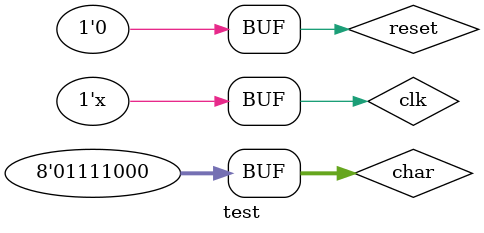
<source format=v>
`timescale 1ns / 1ps


module test;

	// Inputs
	reg clk;
	reg reset;
	reg [7:0] char;

	// Outputs
	wire [1:0] format_type;

	// Instantiate the Unit Under Test (UUT)
	cpu_checker uut (
		.clk(clk), 
		.reset(reset), 
		.char(char), 
		.format_type(format_type)
	);

	initial begin
		// Initialize Inputs
		clk = 0;
		reset = 1;
		
		#10 reset = 0;
		
		#2 char = "^";
		#2 char = "2";
		#2 char = "4";
		#2 char = "2";
		#2 char = "@";
		#2 char = "0"; 
		#2 char = "0";
		#2 char = "0";
		#2 char = "3";
		#2 char = "0";
		#2 char = "f";
		#2 char = "4";
		#2 char = "4";
		#2 char = ":";
		#2 char = " ";
		#2 char = "$";
		#2 char = "3";
		#2 char = "1";
		#2 char = " ";
		#2 char = "<";
		#2 char = "=";
		#2 char = "1";
		#2 char = "2";
		#2 char = "3";
		#2 char = "4";
		#2 char = "5";
		#2 char = "6";
		#2 char = "7";
		#2 char = "8";
		#2 char = "#";
		#2 char = "x";
		
		#2 char = "^";
		#2 char = "2";
		#2 char = "4";
		#2 char = "2";
		#2 char = "@";
		#2 char = "0"; 
		#2 char = "0";
		#2 char = "0";
		#2 char = "0";
		#2 char = "3";
		#2 char = "0";
		#2 char = "f";
		#2 char = "4";
		#2 char = ":";
		#2 char = " ";
		#2 char = "*";
		#2 char = "1";
		#2 char = "2";
		#2 char = "3";
		#2 char = "4";
		#2 char = "5";
		#2 char = "6";
		#2 char = "7";
		#2 char = "8";
		#2 char = " ";
		#2 char = "<";
		#2 char = "=";
		#2 char = "1";
		#2 char = "2";
		#2 char = "3";
		#2 char = "4";
		#2 char = "5";
		#2 char = "6";
		#2 char = "7";
		#2 char = "8";
		#2 char = "#";
		
		#2 char = "^";
		#2 char = "2";
		#2 char = "4";
		#2 char = "2";
		#2 char = "@";
		#2 char = "0"; 
		#2 char = "0";
		#2 char = "0";
		#2 char = "0";
		#2 char = "3";
		#2 char = "0";
		#2 char = "f";
		#2 char = "4";
		#2 char = ":";
		#2 char = " ";
		#2 char = "$";
		#2 char = "3";
		#2 char = "1";
		#2 char = " ";
		#2 char = "<";
		#2 char = "=";
		#2 char = "1";
		#2 char = "2";
		#2 char = "3";
		#2 char = "4";
		#2 char = "5";
		#2 char = "6";
		#2 char = "7";
		#2 char = "8";
		#2 char = "#";
		#2 char = "B";
		#2 char = "#";
		#2 char = "^";
		#2 char = "3";
		#2 char = "3";
		#2 char = "8";
		#2 char = "@";
		#2 char = "0";
		#2 char = "0";
		#2 char = "0";
		#2 char = "0";
		#2 char = "3";
		#2 char = "1";
		#2 char = "3";
		#2 char = "0";
		#2 char = ":";
		#2 char = " ";
		#2 char = "*";
		#2 char = "0";
		#2 char = "0";
		#2 char = "0";
		#2 char = "0";
		#2 char = "0";
		#2 char = "0";
		#2 char = "8";
		#2 char = "8";
		#2 char = " ";
		#2 char = "<";
		#2 char = "=";
		#2 char = " ";
		#2 char = "f";
		#2 char = "f";
		#2 char = "f";
		#2 char = "f";
		#2 char = "b";
		#2 char = "5";
		#2 char = "2";
		#2 char = "B";
		#2 char = " ";
		#2 char = "#";
		#2 char = "^";
		#2 char = "1";
		#2 char = "0";
		#2 char = "2";
		#2 char = "4";
		#2 char = "@";
		#2 char = "0";
		#2 char = "0";
		#2 char = "0";
		#2 char = "0";
		#2 char = "3";
		#2 char = "0";
		#2 char = "f";
		#2 char = "c";
		#2 char = ":";
		#2 char = "$";
		#2 char = "2";
		#2 char = "<";
		#2 char = "=";
		#2 char = "8";
		#2 char = "9";
		#2 char = "a";
		#2 char = "b";
		#2 char = "c";
		#2 char = "d";
		#2 char = "e";
		#2 char = "f";
		#2 char = "#";
		#2 char = "x";
		#2 char = "^";
		#2 char = "2";
		#2 char = "4";
		#2 char = "2";
		#2 char = "@";
		#2 char = "0"; 
		#2 char = "0";
		#2 char = "0";
		#2 char = "3";
		#2 char = "0";
		#2 char = "f";
		#2 char = "4";
		#2 char = ":";
		#2 char = " ";
		#2 char = "$";
		#2 char = "3";
		#2 char = "1";
		#2 char = " ";
		#2 char = "<";
		#2 char = "=";
		#2 char = "1";
		#2 char = "2";
		#2 char = "3";
		#2 char = "4";
		#2 char = "5";
		#2 char = "6";
		#2 char = "7";
		#2 char = "8";
		#2 char = "#";
		#2 char = "x";
				
		//finish = 1;

	end
	always #1 clk = ~clk;
      
endmodule


</source>
